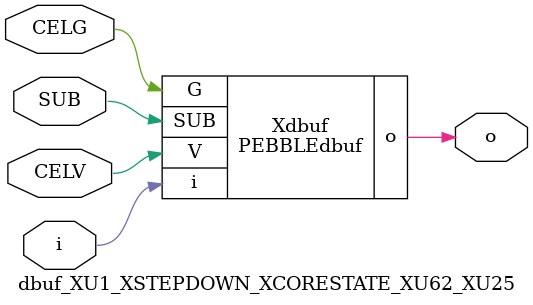
<source format=v>



module PEBBLEdbuf ( o, G, SUB, V, i );

  input V;
  input i;
  input G;
  output o;
  input SUB;
endmodule

//Celera Confidential Do Not Copy dbuf_XU1_XSTEPDOWN_XCORESTATE_XU62_XU25
//Celera Confidential Symbol Generator
//Digital Buffer
module dbuf_XU1_XSTEPDOWN_XCORESTATE_XU62_XU25 (CELV,CELG,i,o,SUB);
input CELV;
input CELG;
input i;
input SUB;
output o;

//Celera Confidential Do Not Copy dbuf
PEBBLEdbuf Xdbuf(
.V (CELV),
.i (i),
.o (o),
.SUB (SUB),
.G (CELG)
);
//,diesize,PEBBLEdbuf

//Celera Confidential Do Not Copy Module End
//Celera Schematic Generator
endmodule

</source>
